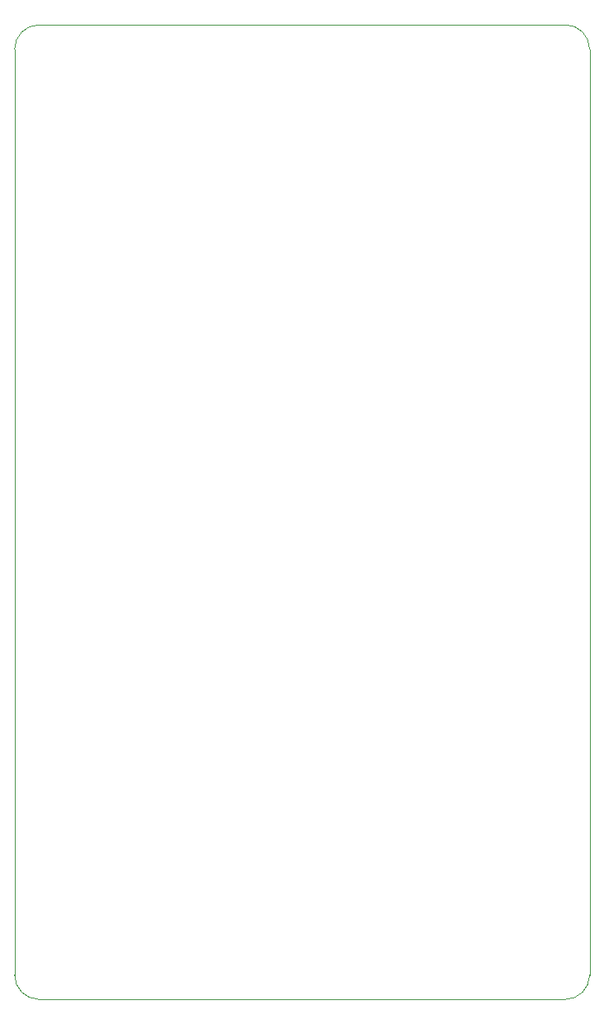
<source format=gm1>
G04 #@! TF.GenerationSoftware,KiCad,Pcbnew,8.0.8*
G04 #@! TF.CreationDate,2025-01-15T21:47:26-05:00*
G04 #@! TF.ProjectId,mainboard,6d61696e-626f-4617-9264-2e6b69636164,rev?*
G04 #@! TF.SameCoordinates,Original*
G04 #@! TF.FileFunction,Profile,NP*
%FSLAX46Y46*%
G04 Gerber Fmt 4.6, Leading zero omitted, Abs format (unit mm)*
G04 Created by KiCad (PCBNEW 8.0.8) date 2025-01-15 21:47:26*
%MOMM*%
%LPD*%
G01*
G04 APERTURE LIST*
G04 #@! TA.AperFunction,Profile*
%ADD10C,0.050000*%
G04 #@! TD*
G04 APERTURE END LIST*
D10*
X134000000Y-49500000D02*
G75*
G02*
X136500000Y-47000000I2500000J0D01*
G01*
X136500000Y-47000000D02*
X190500000Y-47000000D01*
X136500000Y-147000000D02*
G75*
G02*
X134000000Y-144500000I0J2500000D01*
G01*
X193000000Y-49500000D02*
X193000000Y-144500000D01*
X134000000Y-49500000D02*
X134000000Y-144500000D01*
X136500000Y-147000000D02*
X190500000Y-147000000D01*
X193000000Y-144500000D02*
G75*
G02*
X190500000Y-147000000I-2500000J0D01*
G01*
X190500000Y-47000000D02*
G75*
G02*
X193000000Y-49500000I0J-2500000D01*
G01*
M02*

</source>
